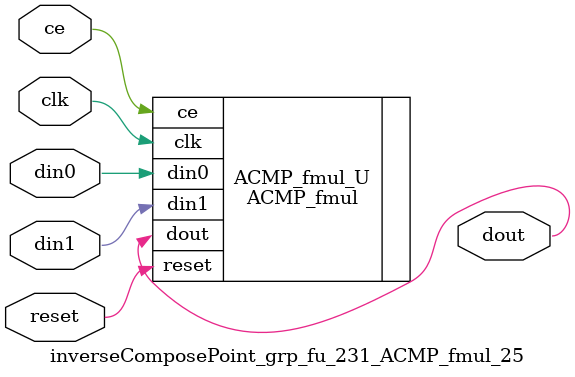
<source format=v>

`timescale 1 ns / 1 ps
module inverseComposePoint_grp_fu_231_ACMP_fmul_25(
    clk,
    reset,
    ce,
    din0,
    din1,
    dout);

parameter ID = 32'd1;
parameter NUM_STAGE = 32'd1;
parameter din0_WIDTH = 32'd1;
parameter din1_WIDTH = 32'd1;
parameter dout_WIDTH = 32'd1;
input clk;
input reset;
input ce;
input[din0_WIDTH - 1:0] din0;
input[din1_WIDTH - 1:0] din1;
output[dout_WIDTH - 1:0] dout;



ACMP_fmul #(
.ID( ID ),
.NUM_STAGE( 4 ),
.din0_WIDTH( din0_WIDTH ),
.din1_WIDTH( din1_WIDTH ),
.dout_WIDTH( dout_WIDTH ))
ACMP_fmul_U(
    .clk( clk ),
    .reset( reset ),
    .ce( ce ),
    .din0( din0 ),
    .din1( din1 ),
    .dout( dout ));

endmodule

</source>
